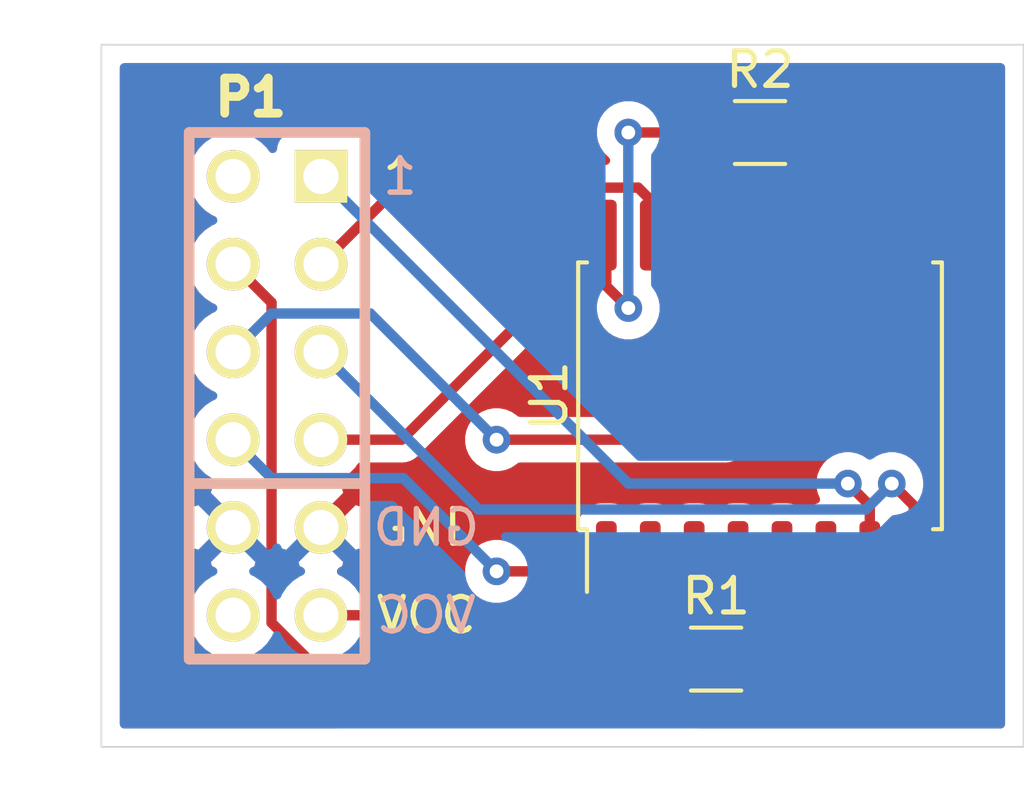
<source format=kicad_pcb>
(kicad_pcb (version 20171130) (host pcbnew "(5.1.10-1-10_14)")

  (general
    (thickness 1.6)
    (drawings 4)
    (tracks 62)
    (zones 0)
    (modules 4)
    (nets 10)
  )

  (page A4)
  (layers
    (0 F.Cu signal)
    (31 B.Cu signal)
    (32 B.Adhes user)
    (33 F.Adhes user)
    (34 B.Paste user)
    (35 F.Paste user)
    (36 B.SilkS user)
    (37 F.SilkS user)
    (38 B.Mask user)
    (39 F.Mask user)
    (40 Dwgs.User user)
    (41 Cmts.User user)
    (42 Eco1.User user)
    (43 Eco2.User user)
    (44 Edge.Cuts user)
    (45 Margin user)
    (46 B.CrtYd user)
    (47 F.CrtYd user)
    (48 B.Fab user)
    (49 F.Fab user)
  )

  (setup
    (last_trace_width 0.3)
    (user_trace_width 0.3)
    (trace_clearance 0.2)
    (zone_clearance 0.508)
    (zone_45_only no)
    (trace_min 0.2)
    (via_size 0.8)
    (via_drill 0.4)
    (via_min_size 0.4)
    (via_min_drill 0.3)
    (uvia_size 0.3)
    (uvia_drill 0.1)
    (uvias_allowed no)
    (uvia_min_size 0.2)
    (uvia_min_drill 0.1)
    (edge_width 0.05)
    (segment_width 0.2)
    (pcb_text_width 0.3)
    (pcb_text_size 1.5 1.5)
    (mod_edge_width 0.12)
    (mod_text_size 1 1)
    (mod_text_width 0.15)
    (pad_size 1.524 1.524)
    (pad_drill 0.762)
    (pad_to_mask_clearance 0)
    (aux_axis_origin 0 0)
    (visible_elements FFFFFF7F)
    (pcbplotparams
      (layerselection 0x010fc_ffffffff)
      (usegerberextensions false)
      (usegerberattributes true)
      (usegerberadvancedattributes true)
      (creategerberjobfile true)
      (excludeedgelayer true)
      (linewidth 0.100000)
      (plotframeref false)
      (viasonmask false)
      (mode 1)
      (useauxorigin false)
      (hpglpennumber 1)
      (hpglpenspeed 20)
      (hpglpendiameter 15.000000)
      (psnegative false)
      (psa4output false)
      (plotreference true)
      (plotvalue true)
      (plotinvisibletext false)
      (padsonsilk false)
      (subtractmaskfromsilk false)
      (outputformat 1)
      (mirror false)
      (drillshape 1)
      (scaleselection 1)
      (outputdirectory ""))
  )

  (net 0 "")
  (net 1 +3V3)
  (net 2 GND)
  (net 3 /SIO3)
  (net 4 /SCLK)
  (net 5 /SIO2)
  (net 6 /SO)
  (net 7 /RESET#)
  (net 8 /SI)
  (net 9 /CS#)

  (net_class Default "This is the default net class."
    (clearance 0.2)
    (trace_width 0.25)
    (via_dia 0.8)
    (via_drill 0.4)
    (uvia_dia 0.3)
    (uvia_drill 0.1)
    (add_net +3V3)
    (add_net /CS#)
    (add_net /RESET#)
    (add_net /SCLK)
    (add_net /SI)
    (add_net /SIO2)
    (add_net /SIO3)
    (add_net /SO)
    (add_net GND)
    (add_net "Net-(P1-Pad7)")
    (add_net "Net-(U1-Pad11)")
    (add_net "Net-(U1-Pad12)")
    (add_net "Net-(U1-Pad13)")
    (add_net "Net-(U1-Pad14)")
    (add_net "Net-(U1-Pad4)")
    (add_net "Net-(U1-Pad5)")
    (add_net "Net-(U1-Pad6)")
  )

  (module Resistor_SMD:R_1206_3216Metric_Pad1.30x1.75mm_HandSolder (layer F.Cu) (tedit 5F68FEEE) (tstamp 61355ACF)
    (at 116.84 105.41)
    (descr "Resistor SMD 1206 (3216 Metric), square (rectangular) end terminal, IPC_7351 nominal with elongated pad for handsoldering. (Body size source: IPC-SM-782 page 72, https://www.pcb-3d.com/wordpress/wp-content/uploads/ipc-sm-782a_amendment_1_and_2.pdf), generated with kicad-footprint-generator")
    (tags "resistor handsolder")
    (path /6135558D)
    (attr smd)
    (fp_text reference R2 (at 0 -1.82) (layer F.SilkS)
      (effects (font (size 1 1) (thickness 0.15)))
    )
    (fp_text value 100k (at 0 1.82) (layer F.Fab)
      (effects (font (size 1 1) (thickness 0.15)))
    )
    (fp_line (start 2.45 1.12) (end -2.45 1.12) (layer F.CrtYd) (width 0.05))
    (fp_line (start 2.45 -1.12) (end 2.45 1.12) (layer F.CrtYd) (width 0.05))
    (fp_line (start -2.45 -1.12) (end 2.45 -1.12) (layer F.CrtYd) (width 0.05))
    (fp_line (start -2.45 1.12) (end -2.45 -1.12) (layer F.CrtYd) (width 0.05))
    (fp_line (start -0.727064 0.91) (end 0.727064 0.91) (layer F.SilkS) (width 0.12))
    (fp_line (start -0.727064 -0.91) (end 0.727064 -0.91) (layer F.SilkS) (width 0.12))
    (fp_line (start 1.6 0.8) (end -1.6 0.8) (layer F.Fab) (width 0.1))
    (fp_line (start 1.6 -0.8) (end 1.6 0.8) (layer F.Fab) (width 0.1))
    (fp_line (start -1.6 -0.8) (end 1.6 -0.8) (layer F.Fab) (width 0.1))
    (fp_line (start -1.6 0.8) (end -1.6 -0.8) (layer F.Fab) (width 0.1))
    (fp_text user %R (at 0 0) (layer F.Fab)
      (effects (font (size 0.8 0.8) (thickness 0.12)))
    )
    (pad 2 smd roundrect (at 1.55 0) (size 1.3 1.75) (layers F.Cu F.Paste F.Mask) (roundrect_rratio 0.192308)
      (net 2 GND))
    (pad 1 smd roundrect (at -1.55 0) (size 1.3 1.75) (layers F.Cu F.Paste F.Mask) (roundrect_rratio 0.192308)
      (net 4 /SCLK))
    (model ${KISYS3DMOD}/Resistor_SMD.3dshapes/R_1206_3216Metric.wrl
      (at (xyz 0 0 0))
      (scale (xyz 1 1 1))
      (rotate (xyz 0 0 0))
    )
  )

  (module Resistor_SMD:R_1206_3216Metric_Pad1.30x1.75mm_HandSolder (layer F.Cu) (tedit 5F68FEEE) (tstamp 61355ABE)
    (at 115.57 120.65)
    (descr "Resistor SMD 1206 (3216 Metric), square (rectangular) end terminal, IPC_7351 nominal with elongated pad for handsoldering. (Body size source: IPC-SM-782 page 72, https://www.pcb-3d.com/wordpress/wp-content/uploads/ipc-sm-782a_amendment_1_and_2.pdf), generated with kicad-footprint-generator")
    (tags "resistor handsolder")
    (path /61358494)
    (attr smd)
    (fp_text reference R1 (at 0 -1.82) (layer F.SilkS)
      (effects (font (size 1 1) (thickness 0.15)))
    )
    (fp_text value 100k (at 0 1.82) (layer F.Fab)
      (effects (font (size 1 1) (thickness 0.15)))
    )
    (fp_line (start 2.45 1.12) (end -2.45 1.12) (layer F.CrtYd) (width 0.05))
    (fp_line (start 2.45 -1.12) (end 2.45 1.12) (layer F.CrtYd) (width 0.05))
    (fp_line (start -2.45 -1.12) (end 2.45 -1.12) (layer F.CrtYd) (width 0.05))
    (fp_line (start -2.45 1.12) (end -2.45 -1.12) (layer F.CrtYd) (width 0.05))
    (fp_line (start -0.727064 0.91) (end 0.727064 0.91) (layer F.SilkS) (width 0.12))
    (fp_line (start -0.727064 -0.91) (end 0.727064 -0.91) (layer F.SilkS) (width 0.12))
    (fp_line (start 1.6 0.8) (end -1.6 0.8) (layer F.Fab) (width 0.1))
    (fp_line (start 1.6 -0.8) (end 1.6 0.8) (layer F.Fab) (width 0.1))
    (fp_line (start -1.6 -0.8) (end 1.6 -0.8) (layer F.Fab) (width 0.1))
    (fp_line (start -1.6 0.8) (end -1.6 -0.8) (layer F.Fab) (width 0.1))
    (fp_text user %R (at 0 0) (layer F.Fab)
      (effects (font (size 0.8 0.8) (thickness 0.12)))
    )
    (pad 2 smd roundrect (at 1.55 0) (size 1.3 1.75) (layers F.Cu F.Paste F.Mask) (roundrect_rratio 0.192308)
      (net 9 /CS#))
    (pad 1 smd roundrect (at -1.55 0) (size 1.3 1.75) (layers F.Cu F.Paste F.Mask) (roundrect_rratio 0.192308)
      (net 1 +3V3))
    (model ${KISYS3DMOD}/Resistor_SMD.3dshapes/R_1206_3216Metric.wrl
      (at (xyz 0 0 0))
      (scale (xyz 1 1 1))
      (rotate (xyz 0 0 0))
    )
  )

  (module Package_SO:SOIC-16W_7.5x10.3mm_P1.27mm (layer F.Cu) (tedit 5D9F72B1) (tstamp 61356C53)
    (at 116.84 113.03 90)
    (descr "SOIC, 16 Pin (JEDEC MS-013AA, https://www.analog.com/media/en/package-pcb-resources/package/pkg_pdf/soic_wide-rw/rw_16.pdf), generated with kicad-footprint-generator ipc_gullwing_generator.py")
    (tags "SOIC SO")
    (path /6135200C)
    (attr smd)
    (fp_text reference U1 (at 0 -6.1 90) (layer F.SilkS)
      (effects (font (size 1 1) (thickness 0.15)))
    )
    (fp_text value MX25L25635FM (at 0 6.1 90) (layer F.Fab)
      (effects (font (size 1 1) (thickness 0.15)))
    )
    (fp_line (start 0 5.26) (end 3.86 5.26) (layer F.SilkS) (width 0.12))
    (fp_line (start 3.86 5.26) (end 3.86 5.005) (layer F.SilkS) (width 0.12))
    (fp_line (start 0 5.26) (end -3.86 5.26) (layer F.SilkS) (width 0.12))
    (fp_line (start -3.86 5.26) (end -3.86 5.005) (layer F.SilkS) (width 0.12))
    (fp_line (start 0 -5.26) (end 3.86 -5.26) (layer F.SilkS) (width 0.12))
    (fp_line (start 3.86 -5.26) (end 3.86 -5.005) (layer F.SilkS) (width 0.12))
    (fp_line (start 0 -5.26) (end -3.86 -5.26) (layer F.SilkS) (width 0.12))
    (fp_line (start -3.86 -5.26) (end -3.86 -5.005) (layer F.SilkS) (width 0.12))
    (fp_line (start -3.86 -5.005) (end -5.675 -5.005) (layer F.SilkS) (width 0.12))
    (fp_line (start -2.75 -5.15) (end 3.75 -5.15) (layer F.Fab) (width 0.1))
    (fp_line (start 3.75 -5.15) (end 3.75 5.15) (layer F.Fab) (width 0.1))
    (fp_line (start 3.75 5.15) (end -3.75 5.15) (layer F.Fab) (width 0.1))
    (fp_line (start -3.75 5.15) (end -3.75 -4.15) (layer F.Fab) (width 0.1))
    (fp_line (start -3.75 -4.15) (end -2.75 -5.15) (layer F.Fab) (width 0.1))
    (fp_line (start -5.93 -5.4) (end -5.93 5.4) (layer F.CrtYd) (width 0.05))
    (fp_line (start -5.93 5.4) (end 5.93 5.4) (layer F.CrtYd) (width 0.05))
    (fp_line (start 5.93 5.4) (end 5.93 -5.4) (layer F.CrtYd) (width 0.05))
    (fp_line (start 5.93 -5.4) (end -5.93 -5.4) (layer F.CrtYd) (width 0.05))
    (fp_text user %R (at 0 0 90) (layer F.Fab)
      (effects (font (size 1 1) (thickness 0.15)))
    )
    (pad 16 smd roundrect (at 4.65 -4.445 90) (size 2.05 0.6) (layers F.Cu F.Paste F.Mask) (roundrect_rratio 0.25)
      (net 4 /SCLK))
    (pad 15 smd roundrect (at 4.65 -3.175 90) (size 2.05 0.6) (layers F.Cu F.Paste F.Mask) (roundrect_rratio 0.25)
      (net 8 /SI))
    (pad 14 smd roundrect (at 4.65 -1.905 90) (size 2.05 0.6) (layers F.Cu F.Paste F.Mask) (roundrect_rratio 0.25))
    (pad 13 smd roundrect (at 4.65 -0.635 90) (size 2.05 0.6) (layers F.Cu F.Paste F.Mask) (roundrect_rratio 0.25))
    (pad 12 smd roundrect (at 4.65 0.635 90) (size 2.05 0.6) (layers F.Cu F.Paste F.Mask) (roundrect_rratio 0.25))
    (pad 11 smd roundrect (at 4.65 1.905 90) (size 2.05 0.6) (layers F.Cu F.Paste F.Mask) (roundrect_rratio 0.25))
    (pad 10 smd roundrect (at 4.65 3.175 90) (size 2.05 0.6) (layers F.Cu F.Paste F.Mask) (roundrect_rratio 0.25)
      (net 2 GND))
    (pad 9 smd roundrect (at 4.65 4.445 90) (size 2.05 0.6) (layers F.Cu F.Paste F.Mask) (roundrect_rratio 0.25)
      (net 5 /SIO2))
    (pad 8 smd roundrect (at -4.65 4.445 90) (size 2.05 0.6) (layers F.Cu F.Paste F.Mask) (roundrect_rratio 0.25)
      (net 6 /SO))
    (pad 7 smd roundrect (at -4.65 3.175 90) (size 2.05 0.6) (layers F.Cu F.Paste F.Mask) (roundrect_rratio 0.25)
      (net 9 /CS#))
    (pad 6 smd roundrect (at -4.65 1.905 90) (size 2.05 0.6) (layers F.Cu F.Paste F.Mask) (roundrect_rratio 0.25))
    (pad 5 smd roundrect (at -4.65 0.635 90) (size 2.05 0.6) (layers F.Cu F.Paste F.Mask) (roundrect_rratio 0.25))
    (pad 4 smd roundrect (at -4.65 -0.635 90) (size 2.05 0.6) (layers F.Cu F.Paste F.Mask) (roundrect_rratio 0.25))
    (pad 3 smd roundrect (at -4.65 -1.905 90) (size 2.05 0.6) (layers F.Cu F.Paste F.Mask) (roundrect_rratio 0.25)
      (net 7 /RESET#))
    (pad 2 smd roundrect (at -4.65 -3.175 90) (size 2.05 0.6) (layers F.Cu F.Paste F.Mask) (roundrect_rratio 0.25)
      (net 1 +3V3))
    (pad 1 smd roundrect (at -4.65 -4.445 90) (size 2.05 0.6) (layers F.Cu F.Paste F.Mask) (roundrect_rratio 0.25)
      (net 3 /SIO3))
    (model ${KISYS3DMOD}/Package_SO.3dshapes/SOIC-16W_7.5x10.3mm_P1.27mm.wrl
      (at (xyz 0 0 0))
      (scale (xyz 1 1 1))
      (rotate (xyz 0 0 0))
    )
  )

  (module pmod-conn_6x2:pmod_pin_array_6x2 (layer F.Cu) (tedit 58033DCE) (tstamp 6135071C)
    (at 102.87 113.03)
    (descr "QMOD Pin Header 2 x 6 pins")
    (tags CONN)
    (path /613509A4)
    (fp_text reference P1 (at -0.762 -8.636) (layer F.SilkS)
      (effects (font (size 1.016 1.016) (thickness 0.254)))
    )
    (fp_text value PMOD-Device-x2-Type-Generic-Alt (at -3.5 0 90) (layer Dwgs.User) hide
      (effects (font (size 1.016 1.016) (thickness 0.2032)))
    )
    (fp_line (start 2.54 -7.62) (end -2.54 -7.62) (layer F.SilkS) (width 0.3048))
    (fp_line (start 2.54 7.62) (end 2.54 -7.62) (layer F.SilkS) (width 0.3048))
    (fp_line (start -2.54 7.62) (end 2.54 7.62) (layer F.SilkS) (width 0.3048))
    (fp_line (start -2.54 -7.62) (end -2.54 7.62) (layer F.SilkS) (width 0.3048))
    (fp_line (start -5.08 10.16) (end -5.08 -10.16) (layer Dwgs.User) (width 0.05))
    (fp_line (start 0 10.16) (end -5.08 10.16) (layer Dwgs.User) (width 0.05))
    (fp_line (start 0 -10.16) (end -5.08 -10.16) (layer Dwgs.User) (width 0.05))
    (fp_line (start 0 8.89) (end -0.254 9.144) (layer Dwgs.User) (width 0.05))
    (fp_line (start -0.254 8.636) (end 0 8.89) (layer Dwgs.User) (width 0.05))
    (fp_line (start -5.08 8.89) (end -4.826 8.636) (layer Dwgs.User) (width 0.05))
    (fp_line (start 0 8.89) (end -5.08 8.89) (layer Dwgs.User) (width 0.05))
    (fp_line (start -5.08 8.89) (end -4.826 9.144) (layer Dwgs.User) (width 0.05))
    (fp_line (start -5.842 0) (end -6.223 0.381) (layer Dwgs.User) (width 0.05))
    (fp_line (start -5.842 0) (end -5.461 0.381) (layer Dwgs.User) (width 0.05))
    (fp_line (start -5.842 10.16) (end -5.461 9.779) (layer Dwgs.User) (width 0.05))
    (fp_line (start -5.842 0) (end -5.842 10.16) (layer Dwgs.User) (width 0.05))
    (fp_line (start -5.842 10.16) (end -6.223 9.779) (layer Dwgs.User) (width 0.05))
    (fp_line (start -5.08 -11.43) (end -4.445 -11.43) (layer Dwgs.User) (width 0.05))
    (fp_line (start -3.81 -11.43) (end -3.175 -11.43) (layer Dwgs.User) (width 0.05))
    (fp_line (start -2.54 -11.43) (end -1.905 -11.43) (layer Dwgs.User) (width 0.05))
    (fp_line (start -1.27 -11.43) (end -0.635 -11.43) (layer Dwgs.User) (width 0.05))
    (fp_line (start 0 -11.43) (end 0.635 -11.43) (layer Dwgs.User) (width 0.05))
    (fp_line (start -5.08 11.43) (end -4.445 11.43) (layer Dwgs.User) (width 0.05))
    (fp_line (start -3.81 11.43) (end -3.175 11.43) (layer Dwgs.User) (width 0.05))
    (fp_line (start -2.54 11.43) (end -1.905 11.43) (layer Dwgs.User) (width 0.05))
    (fp_line (start -1.27 11.43) (end -0.635 11.43) (layer Dwgs.User) (width 0.05))
    (fp_line (start 0 11.43) (end 0.635 11.43) (layer Dwgs.User) (width 0.05))
    (fp_line (start 1.27 11.43) (end 1.905 11.43) (layer Dwgs.User) (width 0.05))
    (fp_line (start 1.27 -11.43) (end 1.905 -11.43) (layer Dwgs.User) (width 0.05))
    (fp_line (start 2.54 -11.43) (end 3.175 -11.43) (layer Dwgs.User) (width 0.05))
    (fp_line (start -6.985 0) (end -6.985 11.43) (layer Dwgs.User) (width 0.05))
    (fp_line (start -6.985 0) (end -7.366 0.381) (layer Dwgs.User) (width 0.05))
    (fp_line (start -6.604 0.381) (end -6.985 0) (layer Dwgs.User) (width 0.05))
    (fp_line (start -6.985 11.43) (end -7.366 11.049) (layer Dwgs.User) (width 0.05))
    (fp_line (start -6.985 11.43) (end -6.604 11.049) (layer Dwgs.User) (width 0.05))
    (fp_line (start -2.54 -7.62) (end -2.54 7.62) (layer B.SilkS) (width 0.3048))
    (fp_line (start -2.54 7.62) (end 2.54 7.62) (layer B.SilkS) (width 0.3048))
    (fp_line (start 2.54 7.62) (end 2.54 -7.62) (layer B.SilkS) (width 0.3048))
    (fp_line (start 2.54 -7.62) (end -2.54 -7.62) (layer B.SilkS) (width 0.3048))
    (fp_line (start 2.54 2.54) (end -2.54 2.54) (layer B.SilkS) (width 0.3048))
    (fp_line (start 2.54 2.54) (end -2.54 2.54) (layer F.SilkS) (width 0.3048))
    (fp_text user "Board Edge" (at -5.25 9.5 90) (layer Dwgs.User)
      (effects (font (size 0.127 0.127) (thickness 0.03175)))
    )
    (fp_text user 0.20" (at -2.5 8.5 180) (layer Dwgs.User)
      (effects (font (size 0.5 0.5) (thickness 0.125)))
    )
    (fp_text user 0.4" (at -6.25 4.75 90) (layer Dwgs.User)
      (effects (font (size 0.5 0.5) (thickness 0.125)))
    )
    (fp_text user 0.45" (at -7.5 4.75 90) (layer Dwgs.User)
      (effects (font (size 0.5 0.5) (thickness 0.125)))
    )
    (fp_text user 1 (at 3.556 -6.35) (layer F.SilkS)
      (effects (font (size 1 1) (thickness 0.15)))
    )
    (fp_text user GND (at 4.318 3.81) (layer F.SilkS)
      (effects (font (size 1 1) (thickness 0.15)))
    )
    (fp_text user VCC (at 4.318 6.35) (layer F.SilkS)
      (effects (font (size 1 1) (thickness 0.15)))
    )
    (fp_text user VCC (at 4.318 6.35) (layer B.SilkS)
      (effects (font (size 1 1) (thickness 0.15)) (justify mirror))
    )
    (fp_text user GND (at 4.318 3.81) (layer B.SilkS)
      (effects (font (size 1 1) (thickness 0.15)) (justify mirror))
    )
    (fp_text user 1 (at 3.556 -6.35) (layer B.SilkS)
      (effects (font (size 1 1) (thickness 0.15)) (justify mirror))
    )
    (pad 12 thru_hole circle (at -1.27 6.35 270) (size 1.524 1.524) (drill 1.016) (layers *.Cu *.Mask F.SilkS)
      (net 1 +3V3))
    (pad 6 thru_hole circle (at 1.27 6.35 270) (size 1.524 1.524) (drill 1.016) (layers *.Cu *.Mask F.SilkS)
      (net 1 +3V3))
    (pad 11 thru_hole circle (at -1.27 3.81 270) (size 1.524 1.524) (drill 1.016) (layers *.Cu *.Mask F.SilkS)
      (net 2 GND))
    (pad 5 thru_hole circle (at 1.27 3.81 270) (size 1.524 1.524) (drill 1.016) (layers *.Cu *.Mask F.SilkS)
      (net 2 GND))
    (pad 10 thru_hole circle (at -1.27 1.27 270) (size 1.524 1.524) (drill 1.016) (layers *.Cu *.Mask F.SilkS)
      (net 3 /SIO3))
    (pad 4 thru_hole circle (at 1.27 1.27 270) (size 1.524 1.524) (drill 1.016) (layers *.Cu *.Mask F.SilkS)
      (net 4 /SCLK))
    (pad 9 thru_hole circle (at -1.27 -1.27 270) (size 1.524 1.524) (drill 1.016) (layers *.Cu *.Mask F.SilkS)
      (net 5 /SIO2))
    (pad 3 thru_hole circle (at 1.27 -1.27 270) (size 1.524 1.524) (drill 1.016) (layers *.Cu *.Mask F.SilkS)
      (net 6 /SO))
    (pad 8 thru_hole circle (at -1.27 -3.81 270) (size 1.524 1.524) (drill 1.016) (layers *.Cu *.Mask F.SilkS)
      (net 7 /RESET#))
    (pad 2 thru_hole circle (at 1.27 -3.81 270) (size 1.524 1.524) (drill 1.016) (layers *.Cu *.Mask F.SilkS)
      (net 8 /SI))
    (pad 7 thru_hole circle (at -1.27 -6.35 270) (size 1.524 1.524) (drill 1.016) (layers *.Cu *.Mask F.SilkS))
    (pad 1 thru_hole rect (at 1.27 -6.35) (size 1.524 1.524) (drill 1.016) (layers *.Cu *.Mask F.SilkS)
      (net 9 /CS#))
    (model /usr/share/kicad/modules/packages3d/Socket_Strips.3dshapes/Socket_Strip_Angled_2x06.wrl
      (offset (xyz 0 5.079999923706055 0))
      (scale (xyz 1 1 1))
      (rotate (xyz 0 0 180))
    )
  )

  (gr_line (start 97.79 123.19) (end 97.79 102.87) (layer Edge.Cuts) (width 0.05) (tstamp 6135075F))
  (gr_line (start 124.46 123.19) (end 97.79 123.19) (layer Edge.Cuts) (width 0.05))
  (gr_line (start 124.46 102.87) (end 124.46 123.19) (layer Edge.Cuts) (width 0.05))
  (gr_line (start 97.79 102.87) (end 124.46 102.87) (layer Edge.Cuts) (width 0.05))

  (segment (start 112.99 119.38) (end 113.665 118.705) (width 0.3) (layer F.Cu) (net 1))
  (segment (start 113.665 118.705) (end 113.665 117.68) (width 0.3) (layer F.Cu) (net 1))
  (segment (start 104.14 119.38) (end 112.99 119.38) (width 0.3) (layer F.Cu) (net 1))
  (segment (start 114.02 120.41) (end 112.99 119.38) (width 0.3) (layer F.Cu) (net 1))
  (segment (start 114.02 120.65) (end 114.02 120.41) (width 0.3) (layer F.Cu) (net 1))
  (segment (start 120.015 106.385) (end 120.015 108.38) (width 0.3) (layer F.Cu) (net 2))
  (segment (start 119.04 105.41) (end 120.015 106.385) (width 0.3) (layer F.Cu) (net 2))
  (segment (start 118.39 105.41) (end 119.04 105.41) (width 0.3) (layer F.Cu) (net 2))
  (segment (start 102.712001 115.412001) (end 106.522001 115.412001) (width 0.3) (layer B.Cu) (net 3))
  (segment (start 101.6 114.3) (end 102.712001 115.412001) (width 0.3) (layer B.Cu) (net 3))
  (segment (start 106.522001 115.412001) (end 109.22 118.11) (width 0.3) (layer B.Cu) (net 3))
  (segment (start 109.22 118.11) (end 109.22 118.11) (width 0.3) (layer B.Cu) (net 3) (tstamp 61399F4C))
  (via (at 109.22 118.11) (size 0.8) (drill 0.4) (layers F.Cu B.Cu) (net 3))
  (segment (start 111.965 118.11) (end 112.395 117.68) (width 0.3) (layer F.Cu) (net 3))
  (segment (start 109.22 118.11) (end 111.965 118.11) (width 0.3) (layer F.Cu) (net 3))
  (segment (start 106.475 114.3) (end 110.3875 110.3875) (width 0.3) (layer F.Cu) (net 4))
  (segment (start 104.14 114.3) (end 106.475 114.3) (width 0.3) (layer F.Cu) (net 4))
  (segment (start 110.3875 110.3875) (end 112.395 108.38) (width 0.3) (layer F.Cu) (net 4) (tstamp 6139A008))
  (segment (start 115.29 105.41) (end 113.03 105.41) (width 0.3) (layer F.Cu) (net 4))
  (segment (start 113.03 105.41) (end 113.03 105.41) (width 0.3) (layer F.Cu) (net 4) (tstamp 6139A05B))
  (segment (start 113.03 105.41) (end 113.03 105.41) (width 0.3) (layer F.Cu) (net 4) (tstamp 6139A073))
  (via (at 113.03 105.41) (size 0.8) (drill 0.4) (layers F.Cu B.Cu) (net 4) (tstamp 6139A0B5))
  (segment (start 113.03 105.41) (end 113.03 110.49) (width 0.3) (layer B.Cu) (net 4))
  (segment (start 113.03 110.49) (end 113.03 110.49) (width 0.3) (layer B.Cu) (net 4) (tstamp 6139A089))
  (via (at 113.03 110.49) (size 0.8) (drill 0.4) (layers F.Cu B.Cu) (net 4))
  (segment (start 112.395 109.855) (end 112.395 108.38) (width 0.3) (layer F.Cu) (net 4))
  (segment (start 113.03 110.49) (end 112.395 109.855) (width 0.3) (layer F.Cu) (net 4))
  (segment (start 102.712001 110.647999) (end 105.567999 110.647999) (width 0.3) (layer B.Cu) (net 5))
  (segment (start 101.6 111.76) (end 102.712001 110.647999) (width 0.3) (layer B.Cu) (net 5))
  (segment (start 105.567999 110.647999) (end 109.22 114.3) (width 0.3) (layer B.Cu) (net 5))
  (segment (start 109.22 114.3) (end 109.22 114.3) (width 0.3) (layer B.Cu) (net 5) (tstamp 61399FA2))
  (via (at 109.22 114.3) (size 0.8) (drill 0.4) (layers F.Cu B.Cu) (net 5))
  (segment (start 121.285 108.842124) (end 121.285 108.38) (width 0.3) (layer F.Cu) (net 5))
  (segment (start 115.827124 114.3) (end 121.285 108.842124) (width 0.3) (layer F.Cu) (net 5))
  (segment (start 109.22 114.3) (end 115.827124 114.3) (width 0.3) (layer F.Cu) (net 5))
  (segment (start 121.285 117.68) (end 121.285 116.205) (width 0.3) (layer F.Cu) (net 6))
  (segment (start 121.285 116.205) (end 120.65 115.57) (width 0.3) (layer F.Cu) (net 6))
  (segment (start 120.65 115.57) (end 120.65 115.57) (width 0.3) (layer F.Cu) (net 6) (tstamp 61399F22))
  (via (at 120.65 115.57) (size 0.8) (drill 0.4) (layers F.Cu B.Cu) (net 6))
  (segment (start 108.700001 116.320001) (end 104.14 111.76) (width 0.3) (layer B.Cu) (net 6))
  (segment (start 119.899999 116.320001) (end 108.700001 116.320001) (width 0.3) (layer B.Cu) (net 6))
  (segment (start 120.65 115.57) (end 119.899999 116.320001) (width 0.3) (layer B.Cu) (net 6))
  (segment (start 102.712001 110.332001) (end 101.6 109.22) (width 0.3) (layer F.Cu) (net 7))
  (segment (start 102.712001 119.597763) (end 102.712001 110.332001) (width 0.3) (layer F.Cu) (net 7))
  (segment (start 104.989248 121.87501) (end 102.712001 119.597763) (width 0.3) (layer F.Cu) (net 7))
  (segment (start 114.668536 121.87501) (end 104.989248 121.87501) (width 0.3) (layer F.Cu) (net 7))
  (segment (start 115.235 121.308546) (end 114.668536 121.87501) (width 0.3) (layer F.Cu) (net 7))
  (segment (start 115.235 117.98) (end 115.235 121.308546) (width 0.3) (layer F.Cu) (net 7))
  (segment (start 114.935 117.68) (end 115.235 117.98) (width 0.3) (layer F.Cu) (net 7))
  (segment (start 106.35501 107.00499) (end 104.14 109.22) (width 0.3) (layer F.Cu) (net 8))
  (segment (start 113.31499 107.00499) (end 106.35501 107.00499) (width 0.3) (layer F.Cu) (net 8))
  (segment (start 113.665 107.355) (end 113.31499 107.00499) (width 0.3) (layer F.Cu) (net 8))
  (segment (start 113.665 108.38) (end 113.665 107.355) (width 0.3) (layer F.Cu) (net 8))
  (segment (start 119.38 115.57) (end 119.38 115.57) (width 0.3) (layer B.Cu) (net 9) (tstamp 61399EA8))
  (via (at 119.38 115.57) (size 0.8) (drill 0.4) (layers F.Cu B.Cu) (net 9))
  (segment (start 120.015 116.205) (end 120.015 117.68) (width 0.3) (layer F.Cu) (net 9))
  (segment (start 119.38 115.57) (end 120.015 116.205) (width 0.3) (layer F.Cu) (net 9))
  (segment (start 113.03 115.57) (end 104.14 106.68) (width 0.3) (layer B.Cu) (net 9))
  (segment (start 119.38 115.57) (end 113.03 115.57) (width 0.3) (layer B.Cu) (net 9))
  (segment (start 120.015 118.405) (end 120.015 117.68) (width 0.3) (layer F.Cu) (net 9))
  (segment (start 117.77 120.65) (end 120.015 118.405) (width 0.3) (layer F.Cu) (net 9))
  (segment (start 117.12 120.65) (end 117.77 120.65) (width 0.3) (layer F.Cu) (net 9))

  (zone (net 2) (net_name GND) (layer F.Cu) (tstamp 0) (hatch edge 0.508)
    (connect_pads (clearance 0.508))
    (min_thickness 0.254)
    (fill (arc_segments 32) (thermal_gap 0.508) (thermal_bridge_width 0.508))
    (polygon
      (pts
        (xy 124.46 123.19) (xy 97.79 123.19) (xy 97.79 102.87) (xy 124.46 102.87)
      )
    )
  )
  (zone (net 2) (net_name GND) (layer B.Cu) (tstamp 0) (hatch edge 0.508)
    (connect_pads (clearance 0.508))
    (min_thickness 0.254)
    (fill (arc_segments 32) (thermal_gap 0.508) (thermal_bridge_width 0.508))
    (polygon
      (pts
        (xy 124.46 123.19) (xy 97.79 123.19) (xy 97.79 102.87) (xy 124.46 102.87)
      )
    )
  )
  (zone (net 2) (net_name GND) (layer F.Cu) (tstamp 0) (hatch edge 0.508)
    (connect_pads (clearance 0.508))
    (min_thickness 0.254)
    (fill yes (arc_segments 32) (thermal_gap 0.508) (thermal_bridge_width 0.508))
    (polygon
      (pts
        (xy 124.46 123.19) (xy 97.79 123.19) (xy 97.79 102.87) (xy 124.46 102.87)
      )
    )
    (filled_polygon
      (pts
        (xy 123.800001 122.53) (xy 115.107832 122.53) (xy 115.2263 122.432774) (xy 115.250882 122.402821) (xy 115.762815 121.890889)
        (xy 115.792764 121.86631) (xy 115.890862 121.746779) (xy 115.930454 121.672707) (xy 115.981595 121.768386) (xy 116.092038 121.902962)
        (xy 116.226614 122.013405) (xy 116.38015 122.095472) (xy 116.546746 122.146008) (xy 116.72 122.163072) (xy 117.52 122.163072)
        (xy 117.693254 122.146008) (xy 117.85985 122.095472) (xy 118.013386 122.013405) (xy 118.147962 121.902962) (xy 118.258405 121.768386)
        (xy 118.340472 121.61485) (xy 118.391008 121.448254) (xy 118.408072 121.275) (xy 118.408072 121.122085) (xy 120.189499 119.340659)
        (xy 120.318745 119.327929) (xy 120.466582 119.283084) (xy 120.602829 119.210258) (xy 120.65 119.171546) (xy 120.697171 119.210258)
        (xy 120.833418 119.283084) (xy 120.981255 119.327929) (xy 121.135 119.343072) (xy 121.435 119.343072) (xy 121.588745 119.327929)
        (xy 121.736582 119.283084) (xy 121.872829 119.210258) (xy 121.992251 119.112251) (xy 122.090258 118.992829) (xy 122.163084 118.856582)
        (xy 122.207929 118.708745) (xy 122.223072 118.555) (xy 122.223072 116.805) (xy 122.207929 116.651255) (xy 122.163084 116.503418)
        (xy 122.090258 116.367171) (xy 122.07 116.342487) (xy 122.07 116.243556) (xy 122.073797 116.205) (xy 122.07 116.16644)
        (xy 122.07 116.166439) (xy 122.06602 116.126026) (xy 122.058642 116.051113) (xy 122.013754 115.90314) (xy 121.997055 115.871898)
        (xy 121.940862 115.766767) (xy 121.842764 115.647236) (xy 121.81281 115.622653) (xy 121.685 115.494843) (xy 121.685 115.468061)
        (xy 121.645226 115.268102) (xy 121.567205 115.079744) (xy 121.453937 114.910226) (xy 121.309774 114.766063) (xy 121.140256 114.652795)
        (xy 120.951898 114.574774) (xy 120.751939 114.535) (xy 120.548061 114.535) (xy 120.348102 114.574774) (xy 120.159744 114.652795)
        (xy 120.015 114.74951) (xy 119.870256 114.652795) (xy 119.681898 114.574774) (xy 119.481939 114.535) (xy 119.278061 114.535)
        (xy 119.078102 114.574774) (xy 118.889744 114.652795) (xy 118.720226 114.766063) (xy 118.576063 114.910226) (xy 118.462795 115.079744)
        (xy 118.384774 115.268102) (xy 118.345 115.468061) (xy 118.345 115.671939) (xy 118.384774 115.871898) (xy 118.450734 116.031137)
        (xy 118.441255 116.032071) (xy 118.293418 116.076916) (xy 118.157171 116.149742) (xy 118.11 116.188454) (xy 118.062829 116.149742)
        (xy 117.926582 116.076916) (xy 117.778745 116.032071) (xy 117.625 116.016928) (xy 117.325 116.016928) (xy 117.171255 116.032071)
        (xy 117.023418 116.076916) (xy 116.887171 116.149742) (xy 116.84 116.188454) (xy 116.792829 116.149742) (xy 116.656582 116.076916)
        (xy 116.508745 116.032071) (xy 116.355 116.016928) (xy 116.055 116.016928) (xy 115.901255 116.032071) (xy 115.753418 116.076916)
        (xy 115.617171 116.149742) (xy 115.57 116.188454) (xy 115.522829 116.149742) (xy 115.386582 116.076916) (xy 115.238745 116.032071)
        (xy 115.085 116.016928) (xy 114.785 116.016928) (xy 114.631255 116.032071) (xy 114.483418 116.076916) (xy 114.347171 116.149742)
        (xy 114.3 116.188454) (xy 114.252829 116.149742) (xy 114.116582 116.076916) (xy 113.968745 116.032071) (xy 113.815 116.016928)
        (xy 113.515 116.016928) (xy 113.361255 116.032071) (xy 113.213418 116.076916) (xy 113.077171 116.149742) (xy 113.03 116.188454)
        (xy 112.982829 116.149742) (xy 112.846582 116.076916) (xy 112.698745 116.032071) (xy 112.545 116.016928) (xy 112.245 116.016928)
        (xy 112.091255 116.032071) (xy 111.943418 116.076916) (xy 111.807171 116.149742) (xy 111.687749 116.247749) (xy 111.589742 116.367171)
        (xy 111.516916 116.503418) (xy 111.472071 116.651255) (xy 111.456928 116.805) (xy 111.456928 117.325) (xy 109.898711 117.325)
        (xy 109.879774 117.306063) (xy 109.710256 117.192795) (xy 109.521898 117.114774) (xy 109.321939 117.075) (xy 109.118061 117.075)
        (xy 108.918102 117.114774) (xy 108.729744 117.192795) (xy 108.560226 117.306063) (xy 108.416063 117.450226) (xy 108.302795 117.619744)
        (xy 108.224774 117.808102) (xy 108.185 118.008061) (xy 108.185 118.211939) (xy 108.224774 118.411898) (xy 108.300618 118.595)
        (xy 105.295636 118.595) (xy 105.22512 118.489465) (xy 105.030535 118.29488) (xy 104.801727 118.141995) (xy 104.730057 118.112308)
        (xy 104.743023 118.107636) (xy 104.85898 118.045656) (xy 104.92596 117.805565) (xy 104.14 117.019605) (xy 104.125858 117.033748)
        (xy 103.946253 116.854143) (xy 103.960395 116.84) (xy 104.319605 116.84) (xy 105.105565 117.62596) (xy 105.345656 117.55898)
        (xy 105.462756 117.309952) (xy 105.529023 117.042865) (xy 105.54191 116.767983) (xy 105.500922 116.495867) (xy 105.407636 116.236977)
        (xy 105.345656 116.12102) (xy 105.105565 116.05404) (xy 104.319605 116.84) (xy 103.960395 116.84) (xy 103.946253 116.825858)
        (xy 104.125858 116.646253) (xy 104.14 116.660395) (xy 104.92596 115.874435) (xy 104.85898 115.634344) (xy 104.72324 115.570515)
        (xy 104.801727 115.538005) (xy 105.030535 115.38512) (xy 105.22512 115.190535) (xy 105.295636 115.085) (xy 106.436447 115.085)
        (xy 106.475 115.088797) (xy 106.513553 115.085) (xy 106.513561 115.085) (xy 106.628887 115.073641) (xy 106.77686 115.028754)
        (xy 106.913233 114.955862) (xy 107.032764 114.857764) (xy 107.057347 114.82781) (xy 111.68786 110.197297) (xy 111.739138 110.293232)
        (xy 111.837236 110.412764) (xy 111.86719 110.437347) (xy 111.995 110.565157) (xy 111.995 110.591939) (xy 112.034774 110.791898)
        (xy 112.112795 110.980256) (xy 112.226063 111.149774) (xy 112.370226 111.293937) (xy 112.539744 111.407205) (xy 112.728102 111.485226)
        (xy 112.928061 111.525) (xy 113.131939 111.525) (xy 113.331898 111.485226) (xy 113.520256 111.407205) (xy 113.689774 111.293937)
        (xy 113.833937 111.149774) (xy 113.947205 110.980256) (xy 114.025226 110.791898) (xy 114.065 110.591939) (xy 114.065 110.388061)
        (xy 114.025226 110.188102) (xy 113.959266 110.028863) (xy 113.968745 110.027929) (xy 114.116582 109.983084) (xy 114.252829 109.910258)
        (xy 114.3 109.871546) (xy 114.347171 109.910258) (xy 114.483418 109.983084) (xy 114.631255 110.027929) (xy 114.785 110.043072)
        (xy 115.085 110.043072) (xy 115.238745 110.027929) (xy 115.386582 109.983084) (xy 115.522829 109.910258) (xy 115.57 109.871546)
        (xy 115.617171 109.910258) (xy 115.753418 109.983084) (xy 115.901255 110.027929) (xy 116.055 110.043072) (xy 116.355 110.043072)
        (xy 116.508745 110.027929) (xy 116.656582 109.983084) (xy 116.792829 109.910258) (xy 116.84 109.871546) (xy 116.887171 109.910258)
        (xy 117.023418 109.983084) (xy 117.171255 110.027929) (xy 117.325 110.043072) (xy 117.625 110.043072) (xy 117.778745 110.027929)
        (xy 117.926582 109.983084) (xy 118.062829 109.910258) (xy 118.11 109.871546) (xy 118.157171 109.910258) (xy 118.293418 109.983084)
        (xy 118.441255 110.027929) (xy 118.595 110.043072) (xy 118.895 110.043072) (xy 118.982514 110.034452) (xy 115.501967 113.515)
        (xy 109.898711 113.515) (xy 109.879774 113.496063) (xy 109.710256 113.382795) (xy 109.521898 113.304774) (xy 109.321939 113.265)
        (xy 109.118061 113.265) (xy 108.918102 113.304774) (xy 108.729744 113.382795) (xy 108.560226 113.496063) (xy 108.416063 113.640226)
        (xy 108.302795 113.809744) (xy 108.224774 113.998102) (xy 108.185 114.198061) (xy 108.185 114.401939) (xy 108.224774 114.601898)
        (xy 108.302795 114.790256) (xy 108.416063 114.959774) (xy 108.560226 115.103937) (xy 108.729744 115.217205) (xy 108.918102 115.295226)
        (xy 109.118061 115.335) (xy 109.321939 115.335) (xy 109.521898 115.295226) (xy 109.710256 115.217205) (xy 109.879774 115.103937)
        (xy 109.898711 115.085) (xy 115.788571 115.085) (xy 115.827124 115.088797) (xy 115.865677 115.085) (xy 115.865685 115.085)
        (xy 115.981011 115.073641) (xy 116.128984 115.028754) (xy 116.265357 114.955862) (xy 116.384888 114.857764) (xy 116.409471 114.82781)
        (xy 121.19421 110.043072) (xy 121.435 110.043072) (xy 121.588745 110.027929) (xy 121.736582 109.983084) (xy 121.872829 109.910258)
        (xy 121.992251 109.812251) (xy 122.090258 109.692829) (xy 122.163084 109.556582) (xy 122.207929 109.408745) (xy 122.223072 109.255)
        (xy 122.223072 107.505) (xy 122.207929 107.351255) (xy 122.163084 107.203418) (xy 122.090258 107.067171) (xy 121.992251 106.947749)
        (xy 121.872829 106.849742) (xy 121.736582 106.776916) (xy 121.588745 106.732071) (xy 121.435 106.716928) (xy 121.135 106.716928)
        (xy 120.981255 106.732071) (xy 120.833418 106.776916) (xy 120.699064 106.84873) (xy 120.669494 106.824463) (xy 120.55918 106.765498)
        (xy 120.439482 106.729188) (xy 120.315 106.716928) (xy 120.30075 106.72) (xy 120.142 106.87875) (xy 120.142 108.253)
        (xy 120.162 108.253) (xy 120.162 108.507) (xy 120.142 108.507) (xy 120.142 108.527) (xy 119.888 108.527)
        (xy 119.888 108.507) (xy 119.868 108.507) (xy 119.868 108.253) (xy 119.888 108.253) (xy 119.888 106.87875)
        (xy 119.72925 106.72) (xy 119.715 106.716928) (xy 119.590518 106.729188) (xy 119.47082 106.765498) (xy 119.426788 106.789034)
        (xy 119.491185 106.736185) (xy 119.570537 106.639494) (xy 119.629502 106.52918) (xy 119.665812 106.409482) (xy 119.678072 106.285)
        (xy 119.675 105.69575) (xy 119.51625 105.537) (xy 118.517 105.537) (xy 118.517 105.557) (xy 118.263 105.557)
        (xy 118.263 105.537) (xy 117.26375 105.537) (xy 117.105 105.69575) (xy 117.101928 106.285) (xy 117.114188 106.409482)
        (xy 117.150498 106.52918) (xy 117.209463 106.639494) (xy 117.276899 106.721666) (xy 117.171255 106.732071) (xy 117.023418 106.776916)
        (xy 116.887171 106.849742) (xy 116.84 106.888454) (xy 116.792829 106.849742) (xy 116.656582 106.776916) (xy 116.508745 106.732071)
        (xy 116.355 106.716928) (xy 116.252204 106.716928) (xy 116.317962 106.662962) (xy 116.428405 106.528386) (xy 116.510472 106.37485)
        (xy 116.561008 106.208254) (xy 116.578072 106.035) (xy 116.578072 104.785) (xy 116.561008 104.611746) (xy 116.537728 104.535)
        (xy 117.101928 104.535) (xy 117.105 105.12425) (xy 117.26375 105.283) (xy 118.263 105.283) (xy 118.263 104.05875)
        (xy 118.517 104.05875) (xy 118.517 105.283) (xy 119.51625 105.283) (xy 119.675 105.12425) (xy 119.678072 104.535)
        (xy 119.665812 104.410518) (xy 119.629502 104.29082) (xy 119.570537 104.180506) (xy 119.491185 104.083815) (xy 119.394494 104.004463)
        (xy 119.28418 103.945498) (xy 119.164482 103.909188) (xy 119.04 103.896928) (xy 118.67575 103.9) (xy 118.517 104.05875)
        (xy 118.263 104.05875) (xy 118.10425 103.9) (xy 117.74 103.896928) (xy 117.615518 103.909188) (xy 117.49582 103.945498)
        (xy 117.385506 104.004463) (xy 117.288815 104.083815) (xy 117.209463 104.180506) (xy 117.150498 104.29082) (xy 117.114188 104.410518)
        (xy 117.101928 104.535) (xy 116.537728 104.535) (xy 116.510472 104.44515) (xy 116.428405 104.291614) (xy 116.317962 104.157038)
        (xy 116.183386 104.046595) (xy 116.02985 103.964528) (xy 115.863254 103.913992) (xy 115.69 103.896928) (xy 114.89 103.896928)
        (xy 114.716746 103.913992) (xy 114.55015 103.964528) (xy 114.396614 104.046595) (xy 114.262038 104.157038) (xy 114.151595 104.291614)
        (xy 114.069528 104.44515) (xy 114.018992 104.611746) (xy 114.017687 104.625) (xy 113.708711 104.625) (xy 113.689774 104.606063)
        (xy 113.520256 104.492795) (xy 113.331898 104.414774) (xy 113.131939 104.375) (xy 112.928061 104.375) (xy 112.728102 104.414774)
        (xy 112.539744 104.492795) (xy 112.370226 104.606063) (xy 112.226063 104.750226) (xy 112.112795 104.919744) (xy 112.034774 105.108102)
        (xy 111.995 105.308061) (xy 111.995 105.511939) (xy 112.034774 105.711898) (xy 112.112795 105.900256) (xy 112.226063 106.069774)
        (xy 112.370226 106.213937) (xy 112.379285 106.21999) (xy 106.393562 106.21999) (xy 106.355009 106.216193) (xy 106.316456 106.21999)
        (xy 106.316449 106.21999) (xy 106.2155 106.229933) (xy 106.201122 106.231349) (xy 106.065433 106.27251) (xy 106.05315 106.276236)
        (xy 105.916777 106.349128) (xy 105.856569 106.39854) (xy 105.827197 106.422645) (xy 105.827194 106.422648) (xy 105.797246 106.447226)
        (xy 105.772668 106.477174) (xy 105.540072 106.70977) (xy 105.540072 105.918) (xy 105.527812 105.793518) (xy 105.491502 105.67382)
        (xy 105.432537 105.563506) (xy 105.353185 105.466815) (xy 105.256494 105.387463) (xy 105.14618 105.328498) (xy 105.026482 105.292188)
        (xy 104.902 105.279928) (xy 103.378 105.279928) (xy 103.253518 105.292188) (xy 103.13382 105.328498) (xy 103.023506 105.387463)
        (xy 102.926815 105.466815) (xy 102.847463 105.563506) (xy 102.788498 105.67382) (xy 102.752188 105.793518) (xy 102.74392 105.877465)
        (xy 102.68512 105.789465) (xy 102.490535 105.59488) (xy 102.261727 105.441995) (xy 102.00749 105.336686) (xy 101.737592 105.283)
        (xy 101.462408 105.283) (xy 101.19251 105.336686) (xy 100.938273 105.441995) (xy 100.709465 105.59488) (xy 100.51488 105.789465)
        (xy 100.361995 106.018273) (xy 100.256686 106.27251) (xy 100.203 106.542408) (xy 100.203 106.817592) (xy 100.256686 107.08749)
        (xy 100.361995 107.341727) (xy 100.51488 107.570535) (xy 100.709465 107.76512) (xy 100.938273 107.918005) (xy 101.015515 107.95)
        (xy 100.938273 107.981995) (xy 100.709465 108.13488) (xy 100.51488 108.329465) (xy 100.361995 108.558273) (xy 100.256686 108.81251)
        (xy 100.203 109.082408) (xy 100.203 109.357592) (xy 100.256686 109.62749) (xy 100.361995 109.881727) (xy 100.51488 110.110535)
        (xy 100.709465 110.30512) (xy 100.938273 110.458005) (xy 101.015515 110.49) (xy 100.938273 110.521995) (xy 100.709465 110.67488)
        (xy 100.51488 110.869465) (xy 100.361995 111.098273) (xy 100.256686 111.35251) (xy 100.203 111.622408) (xy 100.203 111.897592)
        (xy 100.256686 112.16749) (xy 100.361995 112.421727) (xy 100.51488 112.650535) (xy 100.709465 112.84512) (xy 100.938273 112.998005)
        (xy 101.015515 113.03) (xy 100.938273 113.061995) (xy 100.709465 113.21488) (xy 100.51488 113.409465) (xy 100.361995 113.638273)
        (xy 100.256686 113.89251) (xy 100.203 114.162408) (xy 100.203 114.437592) (xy 100.256686 114.70749) (xy 100.361995 114.961727)
        (xy 100.51488 115.190535) (xy 100.709465 115.38512) (xy 100.938273 115.538005) (xy 101.009943 115.567692) (xy 100.996977 115.572364)
        (xy 100.88102 115.634344) (xy 100.81404 115.874435) (xy 101.6 116.660395) (xy 101.614143 116.646253) (xy 101.793748 116.825858)
        (xy 101.779605 116.84) (xy 101.793748 116.854143) (xy 101.614143 117.033748) (xy 101.6 117.019605) (xy 100.81404 117.805565)
        (xy 100.88102 118.045656) (xy 101.01676 118.109485) (xy 100.938273 118.141995) (xy 100.709465 118.29488) (xy 100.51488 118.489465)
        (xy 100.361995 118.718273) (xy 100.256686 118.97251) (xy 100.203 119.242408) (xy 100.203 119.517592) (xy 100.256686 119.78749)
        (xy 100.361995 120.041727) (xy 100.51488 120.270535) (xy 100.709465 120.46512) (xy 100.938273 120.618005) (xy 101.19251 120.723314)
        (xy 101.462408 120.777) (xy 101.737592 120.777) (xy 102.00749 120.723314) (xy 102.261727 120.618005) (xy 102.477746 120.473665)
        (xy 104.406901 122.40282) (xy 104.431484 122.432774) (xy 104.549952 122.53) (xy 98.45 122.53) (xy 98.45 116.912017)
        (xy 100.19809 116.912017) (xy 100.239078 117.184133) (xy 100.332364 117.443023) (xy 100.394344 117.55898) (xy 100.634435 117.62596)
        (xy 101.420395 116.84) (xy 100.634435 116.05404) (xy 100.394344 116.12102) (xy 100.277244 116.370048) (xy 100.210977 116.637135)
        (xy 100.19809 116.912017) (xy 98.45 116.912017) (xy 98.45 103.53) (xy 123.8 103.53)
      )
    )
  )
  (zone (net 2) (net_name GND) (layer B.Cu) (tstamp 0) (hatch edge 0.508)
    (connect_pads (clearance 0.508))
    (min_thickness 0.254)
    (fill yes (arc_segments 32) (thermal_gap 0.508) (thermal_bridge_width 0.508))
    (polygon
      (pts
        (xy 124.46 123.19) (xy 97.79 123.19) (xy 97.79 102.87) (xy 124.46 102.87)
      )
    )
    (filled_polygon
      (pts
        (xy 123.800001 122.53) (xy 98.45 122.53) (xy 98.45 119.242408) (xy 100.203 119.242408) (xy 100.203 119.517592)
        (xy 100.256686 119.78749) (xy 100.361995 120.041727) (xy 100.51488 120.270535) (xy 100.709465 120.46512) (xy 100.938273 120.618005)
        (xy 101.19251 120.723314) (xy 101.462408 120.777) (xy 101.737592 120.777) (xy 102.00749 120.723314) (xy 102.261727 120.618005)
        (xy 102.490535 120.46512) (xy 102.68512 120.270535) (xy 102.838005 120.041727) (xy 102.87 119.964485) (xy 102.901995 120.041727)
        (xy 103.05488 120.270535) (xy 103.249465 120.46512) (xy 103.478273 120.618005) (xy 103.73251 120.723314) (xy 104.002408 120.777)
        (xy 104.277592 120.777) (xy 104.54749 120.723314) (xy 104.801727 120.618005) (xy 105.030535 120.46512) (xy 105.22512 120.270535)
        (xy 105.378005 120.041727) (xy 105.483314 119.78749) (xy 105.537 119.517592) (xy 105.537 119.242408) (xy 105.483314 118.97251)
        (xy 105.378005 118.718273) (xy 105.22512 118.489465) (xy 105.030535 118.29488) (xy 104.801727 118.141995) (xy 104.730057 118.112308)
        (xy 104.743023 118.107636) (xy 104.85898 118.045656) (xy 104.92596 117.805565) (xy 104.14 117.019605) (xy 103.35404 117.805565)
        (xy 103.42102 118.045656) (xy 103.55676 118.109485) (xy 103.478273 118.141995) (xy 103.249465 118.29488) (xy 103.05488 118.489465)
        (xy 102.901995 118.718273) (xy 102.87 118.795515) (xy 102.838005 118.718273) (xy 102.68512 118.489465) (xy 102.490535 118.29488)
        (xy 102.261727 118.141995) (xy 102.190057 118.112308) (xy 102.203023 118.107636) (xy 102.31898 118.045656) (xy 102.38596 117.805565)
        (xy 101.6 117.019605) (xy 100.81404 117.805565) (xy 100.88102 118.045656) (xy 101.01676 118.109485) (xy 100.938273 118.141995)
        (xy 100.709465 118.29488) (xy 100.51488 118.489465) (xy 100.361995 118.718273) (xy 100.256686 118.97251) (xy 100.203 119.242408)
        (xy 98.45 119.242408) (xy 98.45 116.912017) (xy 100.19809 116.912017) (xy 100.239078 117.184133) (xy 100.332364 117.443023)
        (xy 100.394344 117.55898) (xy 100.634435 117.62596) (xy 101.420395 116.84) (xy 100.634435 116.05404) (xy 100.394344 116.12102)
        (xy 100.277244 116.370048) (xy 100.210977 116.637135) (xy 100.19809 116.912017) (xy 98.45 116.912017) (xy 98.45 106.542408)
        (xy 100.203 106.542408) (xy 100.203 106.817592) (xy 100.256686 107.08749) (xy 100.361995 107.341727) (xy 100.51488 107.570535)
        (xy 100.709465 107.76512) (xy 100.938273 107.918005) (xy 101.015515 107.95) (xy 100.938273 107.981995) (xy 100.709465 108.13488)
        (xy 100.51488 108.329465) (xy 100.361995 108.558273) (xy 100.256686 108.81251) (xy 100.203 109.082408) (xy 100.203 109.357592)
        (xy 100.256686 109.62749) (xy 100.361995 109.881727) (xy 100.51488 110.110535) (xy 100.709465 110.30512) (xy 100.938273 110.458005)
        (xy 101.015515 110.49) (xy 100.938273 110.521995) (xy 100.709465 110.67488) (xy 100.51488 110.869465) (xy 100.361995 111.098273)
        (xy 100.256686 111.35251) (xy 100.203 111.622408) (xy 100.203 111.897592) (xy 100.256686 112.16749) (xy 100.361995 112.421727)
        (xy 100.51488 112.650535) (xy 100.709465 112.84512) (xy 100.938273 112.998005) (xy 101.015515 113.03) (xy 100.938273 113.061995)
        (xy 100.709465 113.21488) (xy 100.51488 113.409465) (xy 100.361995 113.638273) (xy 100.256686 113.89251) (xy 100.203 114.162408)
        (xy 100.203 114.437592) (xy 100.256686 114.70749) (xy 100.361995 114.961727) (xy 100.51488 115.190535) (xy 100.709465 115.38512)
        (xy 100.938273 115.538005) (xy 101.009943 115.567692) (xy 100.996977 115.572364) (xy 100.88102 115.634344) (xy 100.81404 115.874435)
        (xy 101.6 116.660395) (xy 101.614143 116.646253) (xy 101.793748 116.825858) (xy 101.779605 116.84) (xy 102.565565 117.62596)
        (xy 102.805656 117.55898) (xy 102.867079 117.428356) (xy 102.872364 117.443023) (xy 102.934344 117.55898) (xy 103.174435 117.62596)
        (xy 103.960395 116.84) (xy 103.946253 116.825858) (xy 104.125858 116.646253) (xy 104.14 116.660395) (xy 104.154143 116.646253)
        (xy 104.333748 116.825858) (xy 104.319605 116.84) (xy 105.105565 117.62596) (xy 105.345656 117.55898) (xy 105.462756 117.309952)
        (xy 105.529023 117.042865) (xy 105.54191 116.767983) (xy 105.500922 116.495867) (xy 105.407636 116.236977) (xy 105.386268 116.197001)
        (xy 106.196844 116.197001) (xy 108.185 118.185157) (xy 108.185 118.211939) (xy 108.224774 118.411898) (xy 108.302795 118.600256)
        (xy 108.416063 118.769774) (xy 108.560226 118.913937) (xy 108.729744 119.027205) (xy 108.918102 119.105226) (xy 109.118061 119.145)
        (xy 109.321939 119.145) (xy 109.521898 119.105226) (xy 109.710256 119.027205) (xy 109.879774 118.913937) (xy 110.023937 118.769774)
        (xy 110.137205 118.600256) (xy 110.215226 118.411898) (xy 110.255 118.211939) (xy 110.255 118.008061) (xy 110.215226 117.808102)
        (xy 110.137205 117.619744) (xy 110.023937 117.450226) (xy 109.879774 117.306063) (xy 109.710256 117.192795) (xy 109.521898 117.114774)
        (xy 109.472765 117.105001) (xy 119.861446 117.105001) (xy 119.899999 117.108798) (xy 119.938552 117.105001) (xy 119.93856 117.105001)
        (xy 120.053886 117.093642) (xy 120.201859 117.048755) (xy 120.338232 116.975863) (xy 120.457763 116.877765) (xy 120.482346 116.847811)
        (xy 120.725157 116.605) (xy 120.751939 116.605) (xy 120.951898 116.565226) (xy 121.140256 116.487205) (xy 121.309774 116.373937)
        (xy 121.453937 116.229774) (xy 121.567205 116.060256) (xy 121.645226 115.871898) (xy 121.685 115.671939) (xy 121.685 115.468061)
        (xy 121.645226 115.268102) (xy 121.567205 115.079744) (xy 121.453937 114.910226) (xy 121.309774 114.766063) (xy 121.140256 114.652795)
        (xy 120.951898 114.574774) (xy 120.751939 114.535) (xy 120.548061 114.535) (xy 120.348102 114.574774) (xy 120.159744 114.652795)
        (xy 120.015 114.74951) (xy 119.870256 114.652795) (xy 119.681898 114.574774) (xy 119.481939 114.535) (xy 119.278061 114.535)
        (xy 119.078102 114.574774) (xy 118.889744 114.652795) (xy 118.720226 114.766063) (xy 118.701289 114.785) (xy 113.355157 114.785)
        (xy 105.540072 106.969915) (xy 105.540072 105.918) (xy 105.527812 105.793518) (xy 105.491502 105.67382) (xy 105.432537 105.563506)
        (xy 105.353185 105.466815) (xy 105.256494 105.387463) (xy 105.14618 105.328498) (xy 105.078809 105.308061) (xy 111.995 105.308061)
        (xy 111.995 105.511939) (xy 112.034774 105.711898) (xy 112.112795 105.900256) (xy 112.226063 106.069774) (xy 112.245 106.088711)
        (xy 112.245001 109.811288) (xy 112.226063 109.830226) (xy 112.112795 109.999744) (xy 112.034774 110.188102) (xy 111.995 110.388061)
        (xy 111.995 110.591939) (xy 112.034774 110.791898) (xy 112.112795 110.980256) (xy 112.226063 111.149774) (xy 112.370226 111.293937)
        (xy 112.539744 111.407205) (xy 112.728102 111.485226) (xy 112.928061 111.525) (xy 113.131939 111.525) (xy 113.331898 111.485226)
        (xy 113.520256 111.407205) (xy 113.689774 111.293937) (xy 113.833937 111.149774) (xy 113.947205 110.980256) (xy 114.025226 110.791898)
        (xy 114.065 110.591939) (xy 114.065 110.388061) (xy 114.025226 110.188102) (xy 113.947205 109.999744) (xy 113.833937 109.830226)
        (xy 113.815 109.811289) (xy 113.815 106.088711) (xy 113.833937 106.069774) (xy 113.947205 105.900256) (xy 114.025226 105.711898)
        (xy 114.065 105.511939) (xy 114.065 105.308061) (xy 114.025226 105.108102) (xy 113.947205 104.919744) (xy 113.833937 104.750226)
        (xy 113.689774 104.606063) (xy 113.520256 104.492795) (xy 113.331898 104.414774) (xy 113.131939 104.375) (xy 112.928061 104.375)
        (xy 112.728102 104.414774) (xy 112.539744 104.492795) (xy 112.370226 104.606063) (xy 112.226063 104.750226) (xy 112.112795 104.919744)
        (xy 112.034774 105.108102) (xy 111.995 105.308061) (xy 105.078809 105.308061) (xy 105.026482 105.292188) (xy 104.902 105.279928)
        (xy 103.378 105.279928) (xy 103.253518 105.292188) (xy 103.13382 105.328498) (xy 103.023506 105.387463) (xy 102.926815 105.466815)
        (xy 102.847463 105.563506) (xy 102.788498 105.67382) (xy 102.752188 105.793518) (xy 102.74392 105.877465) (xy 102.68512 105.789465)
        (xy 102.490535 105.59488) (xy 102.261727 105.441995) (xy 102.00749 105.336686) (xy 101.737592 105.283) (xy 101.462408 105.283)
        (xy 101.19251 105.336686) (xy 100.938273 105.441995) (xy 100.709465 105.59488) (xy 100.51488 105.789465) (xy 100.361995 106.018273)
        (xy 100.256686 106.27251) (xy 100.203 106.542408) (xy 98.45 106.542408) (xy 98.45 103.53) (xy 123.8 103.53)
      )
    )
  )
)

</source>
